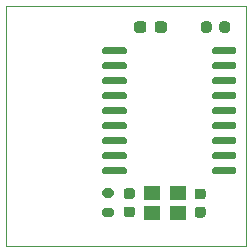
<source format=gbr>
%TF.GenerationSoftware,KiCad,Pcbnew,(5.1.9)-1*%
%TF.CreationDate,2021-06-01T13:49:10+02:00*%
%TF.ProjectId,17_CAN_Controller,31375f43-414e-45f4-936f-6e74726f6c6c,rev?*%
%TF.SameCoordinates,Original*%
%TF.FileFunction,Paste,Top*%
%TF.FilePolarity,Positive*%
%FSLAX46Y46*%
G04 Gerber Fmt 4.6, Leading zero omitted, Abs format (unit mm)*
G04 Created by KiCad (PCBNEW (5.1.9)-1) date 2021-06-01 13:49:10*
%MOMM*%
%LPD*%
G01*
G04 APERTURE LIST*
%TA.AperFunction,Profile*%
%ADD10C,0.050000*%
%TD*%
%ADD11R,1.400000X1.200000*%
G04 APERTURE END LIST*
D10*
X100330000Y-82550000D02*
X120650000Y-82550000D01*
X100330000Y-62230000D02*
X101600000Y-62230000D01*
X100330000Y-64770000D02*
X100330000Y-62230000D01*
X100330000Y-72390000D02*
X100330000Y-67310000D01*
X120650000Y-62230000D02*
X120650000Y-82550000D01*
X101600000Y-62230000D02*
X120650000Y-62230000D01*
X100330000Y-80010000D02*
X100330000Y-82550000D01*
X100330000Y-64770000D02*
X100330000Y-67310000D01*
X100330000Y-80010000D02*
X100330000Y-72390000D01*
%TO.C,R2*%
G36*
G01*
X112190000Y-63802500D02*
X112190000Y-64277500D01*
G75*
G02*
X111952500Y-64515000I-237500J0D01*
G01*
X111377500Y-64515000D01*
G75*
G02*
X111140000Y-64277500I0J237500D01*
G01*
X111140000Y-63802500D01*
G75*
G02*
X111377500Y-63565000I237500J0D01*
G01*
X111952500Y-63565000D01*
G75*
G02*
X112190000Y-63802500I0J-237500D01*
G01*
G37*
G36*
G01*
X113940000Y-63802500D02*
X113940000Y-64277500D01*
G75*
G02*
X113702500Y-64515000I-237500J0D01*
G01*
X113127500Y-64515000D01*
G75*
G02*
X112890000Y-64277500I0J237500D01*
G01*
X112890000Y-63802500D01*
G75*
G02*
X113127500Y-63565000I237500J0D01*
G01*
X113702500Y-63565000D01*
G75*
G02*
X113940000Y-63802500I0J-237500D01*
G01*
G37*
%TD*%
%TO.C,C1*%
G36*
G01*
X117715000Y-63790000D02*
X117715000Y-64290000D01*
G75*
G02*
X117490000Y-64515000I-225000J0D01*
G01*
X117040000Y-64515000D01*
G75*
G02*
X116815000Y-64290000I0J225000D01*
G01*
X116815000Y-63790000D01*
G75*
G02*
X117040000Y-63565000I225000J0D01*
G01*
X117490000Y-63565000D01*
G75*
G02*
X117715000Y-63790000I0J-225000D01*
G01*
G37*
G36*
G01*
X119265000Y-63790000D02*
X119265000Y-64290000D01*
G75*
G02*
X119040000Y-64515000I-225000J0D01*
G01*
X118590000Y-64515000D01*
G75*
G02*
X118365000Y-64290000I0J225000D01*
G01*
X118365000Y-63790000D01*
G75*
G02*
X118590000Y-63565000I225000J0D01*
G01*
X119040000Y-63565000D01*
G75*
G02*
X119265000Y-63790000I0J-225000D01*
G01*
G37*
%TD*%
%TO.C,C2*%
G36*
G01*
X110490000Y-79240000D02*
X110990000Y-79240000D01*
G75*
G02*
X111215000Y-79465000I0J-225000D01*
G01*
X111215000Y-79915000D01*
G75*
G02*
X110990000Y-80140000I-225000J0D01*
G01*
X110490000Y-80140000D01*
G75*
G02*
X110265000Y-79915000I0J225000D01*
G01*
X110265000Y-79465000D01*
G75*
G02*
X110490000Y-79240000I225000J0D01*
G01*
G37*
G36*
G01*
X110490000Y-77690000D02*
X110990000Y-77690000D01*
G75*
G02*
X111215000Y-77915000I0J-225000D01*
G01*
X111215000Y-78365000D01*
G75*
G02*
X110990000Y-78590000I-225000J0D01*
G01*
X110490000Y-78590000D01*
G75*
G02*
X110265000Y-78365000I0J225000D01*
G01*
X110265000Y-77915000D01*
G75*
G02*
X110490000Y-77690000I225000J0D01*
G01*
G37*
%TD*%
%TO.C,C3*%
G36*
G01*
X116490000Y-79265000D02*
X116990000Y-79265000D01*
G75*
G02*
X117215000Y-79490000I0J-225000D01*
G01*
X117215000Y-79940000D01*
G75*
G02*
X116990000Y-80165000I-225000J0D01*
G01*
X116490000Y-80165000D01*
G75*
G02*
X116265000Y-79940000I0J225000D01*
G01*
X116265000Y-79490000D01*
G75*
G02*
X116490000Y-79265000I225000J0D01*
G01*
G37*
G36*
G01*
X116490000Y-77715000D02*
X116990000Y-77715000D01*
G75*
G02*
X117215000Y-77940000I0J-225000D01*
G01*
X117215000Y-78390000D01*
G75*
G02*
X116990000Y-78615000I-225000J0D01*
G01*
X116490000Y-78615000D01*
G75*
G02*
X116265000Y-78390000I0J225000D01*
G01*
X116265000Y-77940000D01*
G75*
G02*
X116490000Y-77715000I225000J0D01*
G01*
G37*
%TD*%
%TO.C,R1*%
G36*
G01*
X108665000Y-79340000D02*
X109215000Y-79340000D01*
G75*
G02*
X109415000Y-79540000I0J-200000D01*
G01*
X109415000Y-79940000D01*
G75*
G02*
X109215000Y-80140000I-200000J0D01*
G01*
X108665000Y-80140000D01*
G75*
G02*
X108465000Y-79940000I0J200000D01*
G01*
X108465000Y-79540000D01*
G75*
G02*
X108665000Y-79340000I200000J0D01*
G01*
G37*
G36*
G01*
X108665000Y-77690000D02*
X109215000Y-77690000D01*
G75*
G02*
X109415000Y-77890000I0J-200000D01*
G01*
X109415000Y-78290000D01*
G75*
G02*
X109215000Y-78490000I-200000J0D01*
G01*
X108665000Y-78490000D01*
G75*
G02*
X108465000Y-78290000I0J200000D01*
G01*
X108465000Y-77890000D01*
G75*
G02*
X108665000Y-77690000I200000J0D01*
G01*
G37*
%TD*%
%TO.C,U1*%
G36*
G01*
X117765000Y-66190000D02*
X117765000Y-65890000D01*
G75*
G02*
X117915000Y-65740000I150000J0D01*
G01*
X119665000Y-65740000D01*
G75*
G02*
X119815000Y-65890000I0J-150000D01*
G01*
X119815000Y-66190000D01*
G75*
G02*
X119665000Y-66340000I-150000J0D01*
G01*
X117915000Y-66340000D01*
G75*
G02*
X117765000Y-66190000I0J150000D01*
G01*
G37*
G36*
G01*
X117765000Y-67460000D02*
X117765000Y-67160000D01*
G75*
G02*
X117915000Y-67010000I150000J0D01*
G01*
X119665000Y-67010000D01*
G75*
G02*
X119815000Y-67160000I0J-150000D01*
G01*
X119815000Y-67460000D01*
G75*
G02*
X119665000Y-67610000I-150000J0D01*
G01*
X117915000Y-67610000D01*
G75*
G02*
X117765000Y-67460000I0J150000D01*
G01*
G37*
G36*
G01*
X117765000Y-68730000D02*
X117765000Y-68430000D01*
G75*
G02*
X117915000Y-68280000I150000J0D01*
G01*
X119665000Y-68280000D01*
G75*
G02*
X119815000Y-68430000I0J-150000D01*
G01*
X119815000Y-68730000D01*
G75*
G02*
X119665000Y-68880000I-150000J0D01*
G01*
X117915000Y-68880000D01*
G75*
G02*
X117765000Y-68730000I0J150000D01*
G01*
G37*
G36*
G01*
X117765000Y-70000000D02*
X117765000Y-69700000D01*
G75*
G02*
X117915000Y-69550000I150000J0D01*
G01*
X119665000Y-69550000D01*
G75*
G02*
X119815000Y-69700000I0J-150000D01*
G01*
X119815000Y-70000000D01*
G75*
G02*
X119665000Y-70150000I-150000J0D01*
G01*
X117915000Y-70150000D01*
G75*
G02*
X117765000Y-70000000I0J150000D01*
G01*
G37*
G36*
G01*
X117765000Y-71270000D02*
X117765000Y-70970000D01*
G75*
G02*
X117915000Y-70820000I150000J0D01*
G01*
X119665000Y-70820000D01*
G75*
G02*
X119815000Y-70970000I0J-150000D01*
G01*
X119815000Y-71270000D01*
G75*
G02*
X119665000Y-71420000I-150000J0D01*
G01*
X117915000Y-71420000D01*
G75*
G02*
X117765000Y-71270000I0J150000D01*
G01*
G37*
G36*
G01*
X117765000Y-72540000D02*
X117765000Y-72240000D01*
G75*
G02*
X117915000Y-72090000I150000J0D01*
G01*
X119665000Y-72090000D01*
G75*
G02*
X119815000Y-72240000I0J-150000D01*
G01*
X119815000Y-72540000D01*
G75*
G02*
X119665000Y-72690000I-150000J0D01*
G01*
X117915000Y-72690000D01*
G75*
G02*
X117765000Y-72540000I0J150000D01*
G01*
G37*
G36*
G01*
X117765000Y-73810000D02*
X117765000Y-73510000D01*
G75*
G02*
X117915000Y-73360000I150000J0D01*
G01*
X119665000Y-73360000D01*
G75*
G02*
X119815000Y-73510000I0J-150000D01*
G01*
X119815000Y-73810000D01*
G75*
G02*
X119665000Y-73960000I-150000J0D01*
G01*
X117915000Y-73960000D01*
G75*
G02*
X117765000Y-73810000I0J150000D01*
G01*
G37*
G36*
G01*
X117765000Y-75080000D02*
X117765000Y-74780000D01*
G75*
G02*
X117915000Y-74630000I150000J0D01*
G01*
X119665000Y-74630000D01*
G75*
G02*
X119815000Y-74780000I0J-150000D01*
G01*
X119815000Y-75080000D01*
G75*
G02*
X119665000Y-75230000I-150000J0D01*
G01*
X117915000Y-75230000D01*
G75*
G02*
X117765000Y-75080000I0J150000D01*
G01*
G37*
G36*
G01*
X117765000Y-76350000D02*
X117765000Y-76050000D01*
G75*
G02*
X117915000Y-75900000I150000J0D01*
G01*
X119665000Y-75900000D01*
G75*
G02*
X119815000Y-76050000I0J-150000D01*
G01*
X119815000Y-76350000D01*
G75*
G02*
X119665000Y-76500000I-150000J0D01*
G01*
X117915000Y-76500000D01*
G75*
G02*
X117765000Y-76350000I0J150000D01*
G01*
G37*
G36*
G01*
X108465000Y-76350000D02*
X108465000Y-76050000D01*
G75*
G02*
X108615000Y-75900000I150000J0D01*
G01*
X110365000Y-75900000D01*
G75*
G02*
X110515000Y-76050000I0J-150000D01*
G01*
X110515000Y-76350000D01*
G75*
G02*
X110365000Y-76500000I-150000J0D01*
G01*
X108615000Y-76500000D01*
G75*
G02*
X108465000Y-76350000I0J150000D01*
G01*
G37*
G36*
G01*
X108465000Y-75080000D02*
X108465000Y-74780000D01*
G75*
G02*
X108615000Y-74630000I150000J0D01*
G01*
X110365000Y-74630000D01*
G75*
G02*
X110515000Y-74780000I0J-150000D01*
G01*
X110515000Y-75080000D01*
G75*
G02*
X110365000Y-75230000I-150000J0D01*
G01*
X108615000Y-75230000D01*
G75*
G02*
X108465000Y-75080000I0J150000D01*
G01*
G37*
G36*
G01*
X108465000Y-73810000D02*
X108465000Y-73510000D01*
G75*
G02*
X108615000Y-73360000I150000J0D01*
G01*
X110365000Y-73360000D01*
G75*
G02*
X110515000Y-73510000I0J-150000D01*
G01*
X110515000Y-73810000D01*
G75*
G02*
X110365000Y-73960000I-150000J0D01*
G01*
X108615000Y-73960000D01*
G75*
G02*
X108465000Y-73810000I0J150000D01*
G01*
G37*
G36*
G01*
X108465000Y-72540000D02*
X108465000Y-72240000D01*
G75*
G02*
X108615000Y-72090000I150000J0D01*
G01*
X110365000Y-72090000D01*
G75*
G02*
X110515000Y-72240000I0J-150000D01*
G01*
X110515000Y-72540000D01*
G75*
G02*
X110365000Y-72690000I-150000J0D01*
G01*
X108615000Y-72690000D01*
G75*
G02*
X108465000Y-72540000I0J150000D01*
G01*
G37*
G36*
G01*
X108465000Y-71270000D02*
X108465000Y-70970000D01*
G75*
G02*
X108615000Y-70820000I150000J0D01*
G01*
X110365000Y-70820000D01*
G75*
G02*
X110515000Y-70970000I0J-150000D01*
G01*
X110515000Y-71270000D01*
G75*
G02*
X110365000Y-71420000I-150000J0D01*
G01*
X108615000Y-71420000D01*
G75*
G02*
X108465000Y-71270000I0J150000D01*
G01*
G37*
G36*
G01*
X108465000Y-70000000D02*
X108465000Y-69700000D01*
G75*
G02*
X108615000Y-69550000I150000J0D01*
G01*
X110365000Y-69550000D01*
G75*
G02*
X110515000Y-69700000I0J-150000D01*
G01*
X110515000Y-70000000D01*
G75*
G02*
X110365000Y-70150000I-150000J0D01*
G01*
X108615000Y-70150000D01*
G75*
G02*
X108465000Y-70000000I0J150000D01*
G01*
G37*
G36*
G01*
X108465000Y-68730000D02*
X108465000Y-68430000D01*
G75*
G02*
X108615000Y-68280000I150000J0D01*
G01*
X110365000Y-68280000D01*
G75*
G02*
X110515000Y-68430000I0J-150000D01*
G01*
X110515000Y-68730000D01*
G75*
G02*
X110365000Y-68880000I-150000J0D01*
G01*
X108615000Y-68880000D01*
G75*
G02*
X108465000Y-68730000I0J150000D01*
G01*
G37*
G36*
G01*
X108465000Y-67460000D02*
X108465000Y-67160000D01*
G75*
G02*
X108615000Y-67010000I150000J0D01*
G01*
X110365000Y-67010000D01*
G75*
G02*
X110515000Y-67160000I0J-150000D01*
G01*
X110515000Y-67460000D01*
G75*
G02*
X110365000Y-67610000I-150000J0D01*
G01*
X108615000Y-67610000D01*
G75*
G02*
X108465000Y-67460000I0J150000D01*
G01*
G37*
G36*
G01*
X108465000Y-66190000D02*
X108465000Y-65890000D01*
G75*
G02*
X108615000Y-65740000I150000J0D01*
G01*
X110365000Y-65740000D01*
G75*
G02*
X110515000Y-65890000I0J-150000D01*
G01*
X110515000Y-66190000D01*
G75*
G02*
X110365000Y-66340000I-150000J0D01*
G01*
X108615000Y-66340000D01*
G75*
G02*
X108465000Y-66190000I0J150000D01*
G01*
G37*
%TD*%
D11*
%TO.C,Y1*%
X114840000Y-78090000D03*
X112640000Y-78090000D03*
X112640000Y-79790000D03*
X114840000Y-79790000D03*
%TD*%
M02*

</source>
